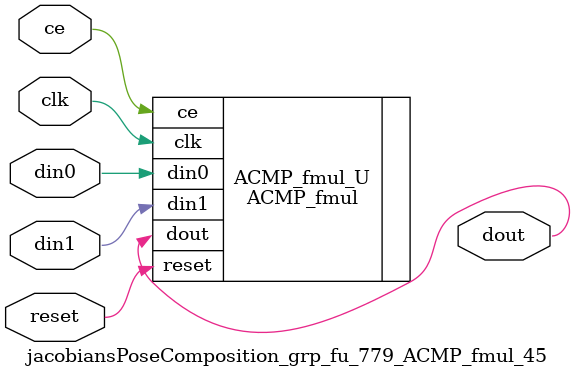
<source format=v>

`timescale 1 ns / 1 ps
module jacobiansPoseComposition_grp_fu_779_ACMP_fmul_45(
    clk,
    reset,
    ce,
    din0,
    din1,
    dout);

parameter ID = 32'd1;
parameter NUM_STAGE = 32'd1;
parameter din0_WIDTH = 32'd1;
parameter din1_WIDTH = 32'd1;
parameter dout_WIDTH = 32'd1;
input clk;
input reset;
input ce;
input[din0_WIDTH - 1:0] din0;
input[din1_WIDTH - 1:0] din1;
output[dout_WIDTH - 1:0] dout;



ACMP_fmul #(
.ID( ID ),
.NUM_STAGE( 4 ),
.din0_WIDTH( din0_WIDTH ),
.din1_WIDTH( din1_WIDTH ),
.dout_WIDTH( dout_WIDTH ))
ACMP_fmul_U(
    .clk( clk ),
    .reset( reset ),
    .ce( ce ),
    .din0( din0 ),
    .din1( din1 ),
    .dout( dout ));

endmodule

</source>
